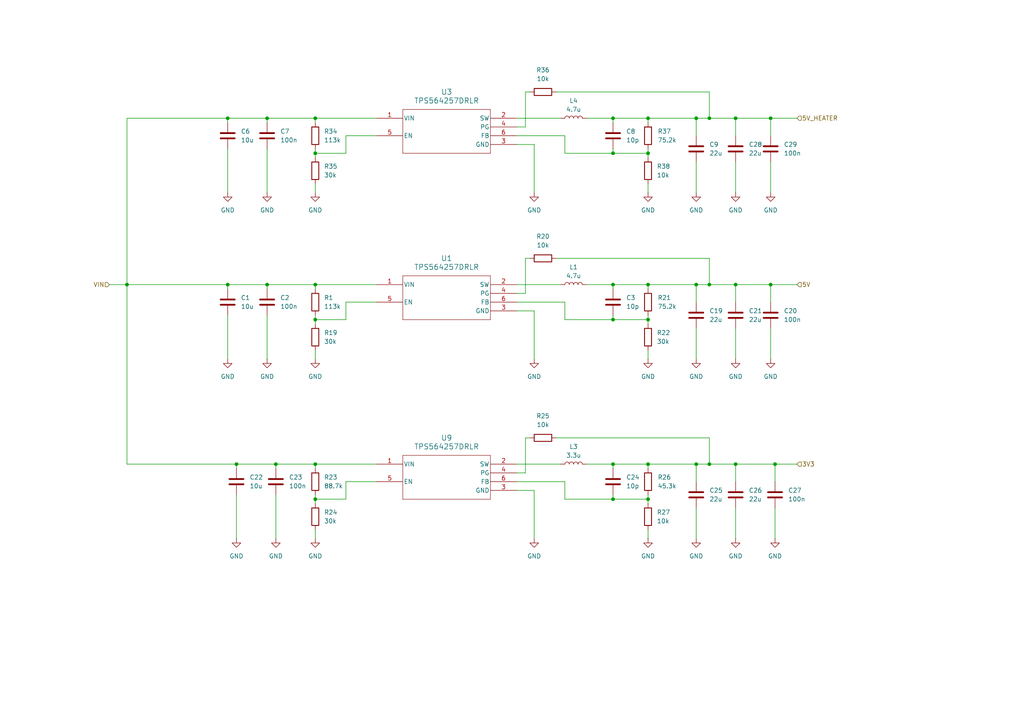
<source format=kicad_sch>
(kicad_sch (version 20231120) (generator "eeschema") (generator_version "8.0")
  (paper "A4")
  (title_block (date "2025-01-16") (company "University of Alberta") (comment 1 "Max Schatz") (comment 2 "Steven Sager") (comment 3 "Tejas Ravish") (comment 4 "Damien Huskic"))
  (lib_symbols
    (symbol "Capstone:TPS564257DRLR" (pin_names (offset 0.254))
      (property "Reference" "U" (at 20.32 10.16 0))
      (property "Value" "TPS564257DRLR" (at 20.32 7.62 0))
      (symbol "TPS564257DRLR_0_1"
        (polyline (pts (xy 7.62 -7.62) (xy 33.02 -7.62)) (stroke (width 0.127)))
        (polyline (pts (xy 7.62 5.08) (xy 7.62 -7.62)) (stroke (width 0.127)))
        (polyline (pts (xy 33.02 -7.62) (xy 33.02 5.08)) (stroke (width 0.127)))
        (polyline (pts (xy 33.02 5.08) (xy 7.62 5.08)) (stroke (width 0.127)))
        (pin power_in line (at 0 2.54 0) (length 7.62) (name "VIN") (number "1"))
        (pin power_in line (at 40.64 2.54 180) (length 7.62) (name "SW") (number "2"))
        (pin power_out line (at 40.64 -5.08 180) (length 7.62) (name "GND") (number "3"))
        (pin unspecified line (at 40.64 0 180) (length 7.62) (name "PG") (number "4"))
        (pin unspecified line (at 0 -2.54 0) (length 7.62) (name "EN") (number "5"))
        (pin unspecified line (at 40.64 -2.54 180) (length 7.62) (name "FB") (number "6"))
      )
    )
    (symbol "Device:C" (pin_numbers hide) (pin_names (offset 0.254))
      (property "Reference" "C" (at 0.635 2.54 0))
      (property "Value" "C" (at 0.635 -2.54 0))
      (symbol "C_0_1"
        (polyline (pts (xy -2.032 -0.762) (xy 2.032 -0.762)) (stroke (width 0.508)))
        (polyline (pts (xy -2.032 0.762) (xy 2.032 0.762)) (stroke (width 0.508)))
      )
      (symbol "C_1_1"
        (pin passive line (at 0 3.81 270) (length 2.794) (name "~") (number "1"))
        (pin passive line (at 0 -3.81 90) (length 2.794) (name "~") (number "2"))
      )
    )
    (symbol "Device:L" (pin_numbers hide) (pin_names (offset 1.016) hide)
      (property "Reference" "L" (at -1.27 0 90))
      (property "Value" "L" (at 1.905 0 90))
      (symbol "L_0_1"
        (arc (start 0 -2.54) (mid 0.6323 -1.905) (end 0 -1.27))
        (arc (start 0 -1.27) (mid 0.6323 -0.635) (end 0 0))
        (arc (start 0 0) (mid 0.6323 0.635) (end 0 1.27))
        (arc (start 0 1.27) (mid 0.6323 1.905) (end 0 2.54))
      )
      (symbol "L_1_1"
        (pin passive line (at 0 3.81 270) (length 1.27) (name "1") (number "1"))
        (pin passive line (at 0 -3.81 90) (length 1.27) (name "2") (number "2"))
      )
    )
    (symbol "Device:R" (pin_numbers hide) (pin_names (offset 0))
      (property "Reference" "R" (at 2.032 0 90))
      (property "Value" "R" (at 0 0 90))
      (symbol "R_0_1"
        (rectangle (start -1.016 -2.54) (end 1.016 2.54) (stroke (width 0.254)))
      )
      (symbol "R_1_1"
        (pin passive line (at 0 3.81 270) (length 1.27) (name "~") (number "1"))
        (pin passive line (at 0 -3.81 90) (length 1.27) (name "~") (number "2"))
      )
    )
    (symbol "power:GND" (power) (pin_numbers hide) (pin_names (offset 0) hide)
      (property "Value" "GND" (at 0 -3.81 0))
      (symbol "GND_0_1"
        (polyline (pts (xy 0 0) (xy 0 -1.27) (xy 1.27 -1.27) (xy 0 -2.54) (xy -1.27 -1.27) (xy 0 -1.27)))
      )
      (symbol "GND_1_1"
        (pin power_in line (at 0 0 270) (length 0) (name "~") (number "1"))
      )
    )
  )
  (junction (at 187.96 44.45))
  (junction (at 205.74 134.62))
  (junction (at 68.58 134.62))
  (junction (at 201.93 82.55))
  (junction (at 213.36 34.29))
  (junction (at 187.96 34.29))
  (junction (at 187.96 134.62))
  (junction (at 224.79 134.62))
  (junction (at 91.44 34.29))
  (junction (at 91.44 144.78))
  (junction (at 213.36 82.55))
  (junction (at 36.83 82.55))
  (junction (at 187.96 92.71))
  (junction (at 201.93 134.62))
  (junction (at 91.44 134.62))
  (junction (at 201.93 34.29))
  (junction (at 177.8 92.71))
  (junction (at 205.74 82.55))
  (junction (at 80.01 134.62))
  (junction (at 223.52 82.55))
  (junction (at 177.8 82.55))
  (junction (at 66.04 82.55))
  (junction (at 177.8 134.62))
  (junction (at 187.96 144.78))
  (junction (at 187.96 82.55))
  (junction (at 91.44 82.55))
  (junction (at 77.47 82.55))
  (junction (at 205.74 34.29))
  (junction (at 177.8 144.78))
  (junction (at 91.44 44.45))
  (junction (at 91.44 92.71))
  (junction (at 223.52 34.29))
  (junction (at 177.8 34.29))
  (junction (at 213.36 134.62))
  (junction (at 66.04 34.29))
  (junction (at 77.47 34.29))
  (junction (at 177.8 44.45))
  (wire (pts (xy 223.52 34.29) (xy 223.52 39.37)))
  (wire (pts (xy 154.94 90.17) (xy 154.94 104.14)))
  (wire (pts (xy 149.86 137.16) (xy 152.4 137.16)))
  (wire (pts (xy 177.8 144.78) (xy 187.96 144.78)))
  (wire (pts (xy 177.8 44.45) (xy 187.96 44.45)))
  (wire (pts (xy 205.74 26.67) (xy 205.74 34.29)))
  (wire (pts (xy 213.36 139.7) (xy 213.36 134.62)))
  (wire (pts (xy 163.83 139.7) (xy 163.83 144.78)))
  (wire (pts (xy 100.33 92.71) (xy 91.44 92.71)))
  (wire (pts (xy 36.83 34.29) (xy 36.83 82.55)))
  (wire (pts (xy 77.47 82.55) (xy 91.44 82.55)))
  (wire (pts (xy 163.83 92.71) (xy 177.8 92.71)))
  (wire (pts (xy 100.33 39.37) (xy 100.33 44.45)))
  (wire (pts (xy 91.44 134.62) (xy 109.22 134.62)))
  (wire (pts (xy 205.74 74.93) (xy 205.74 82.55)))
  (wire (pts (xy 177.8 143.51) (xy 177.8 144.78)))
  (wire (pts (xy 187.96 143.51) (xy 187.96 144.78)))
  (wire (pts (xy 223.52 46.99) (xy 223.52 55.88)))
  (wire (pts (xy 80.01 134.62) (xy 91.44 134.62)))
  (wire (pts (xy 223.52 82.55) (xy 231.14 82.55)))
  (wire (pts (xy 36.83 134.62) (xy 68.58 134.62)))
  (wire (pts (xy 213.36 95.25) (xy 213.36 104.14)))
  (wire (pts (xy 66.04 83.82) (xy 66.04 82.55)))
  (wire (pts (xy 91.44 101.6) (xy 91.44 104.14)))
  (wire (pts (xy 149.86 82.55) (xy 162.56 82.55)))
  (wire (pts (xy 187.96 91.44) (xy 187.96 92.71)))
  (wire (pts (xy 213.36 34.29) (xy 223.52 34.29)))
  (wire (pts (xy 149.86 134.62) (xy 162.56 134.62)))
  (wire (pts (xy 109.22 139.7) (xy 100.33 139.7)))
  (wire (pts (xy 152.4 137.16) (xy 152.4 127)))
  (wire (pts (xy 170.18 82.55) (xy 177.8 82.55)))
  (wire (pts (xy 161.29 74.93) (xy 205.74 74.93)))
  (wire (pts (xy 68.58 135.89) (xy 68.58 134.62)))
  (wire (pts (xy 149.86 139.7) (xy 163.83 139.7)))
  (wire (pts (xy 163.83 44.45) (xy 177.8 44.45)))
  (wire (pts (xy 213.36 46.99) (xy 213.36 55.88)))
  (wire (pts (xy 213.36 134.62) (xy 224.79 134.62)))
  (wire (pts (xy 91.44 43.18) (xy 91.44 44.45)))
  (wire (pts (xy 100.33 144.78) (xy 91.44 144.78)))
  (wire (pts (xy 149.86 34.29) (xy 162.56 34.29)))
  (wire (pts (xy 223.52 82.55) (xy 223.52 87.63)))
  (wire (pts (xy 149.86 87.63) (xy 163.83 87.63)))
  (wire (pts (xy 109.22 87.63) (xy 100.33 87.63)))
  (wire (pts (xy 201.93 82.55) (xy 201.93 87.63)))
  (wire (pts (xy 91.44 53.34) (xy 91.44 55.88)))
  (wire (pts (xy 201.93 95.25) (xy 201.93 104.14)))
  (wire (pts (xy 201.93 82.55) (xy 205.74 82.55)))
  (wire (pts (xy 224.79 134.62) (xy 231.14 134.62)))
  (wire (pts (xy 66.04 43.18) (xy 66.04 55.88)))
  (wire (pts (xy 223.52 95.25) (xy 223.52 104.14)))
  (wire (pts (xy 66.04 35.56) (xy 66.04 34.29)))
  (wire (pts (xy 187.96 44.45) (xy 187.96 45.72)))
  (wire (pts (xy 91.44 153.67) (xy 91.44 156.21)))
  (wire (pts (xy 152.4 26.67) (xy 153.67 26.67)))
  (wire (pts (xy 80.01 134.62) (xy 80.01 135.89)))
  (wire (pts (xy 163.83 39.37) (xy 163.83 44.45)))
  (wire (pts (xy 201.93 46.99) (xy 201.93 55.88)))
  (wire (pts (xy 163.83 87.63) (xy 163.83 92.71)))
  (wire (pts (xy 187.96 134.62) (xy 201.93 134.62)))
  (wire (pts (xy 152.4 74.93) (xy 153.67 74.93)))
  (wire (pts (xy 177.8 43.18) (xy 177.8 44.45)))
  (wire (pts (xy 91.44 135.89) (xy 91.44 134.62)))
  (wire (pts (xy 177.8 34.29) (xy 187.96 34.29)))
  (wire (pts (xy 187.96 82.55) (xy 187.96 83.82)))
  (wire (pts (xy 201.93 134.62) (xy 201.93 139.7)))
  (wire (pts (xy 223.52 34.29) (xy 231.14 34.29)))
  (wire (pts (xy 187.96 43.18) (xy 187.96 44.45)))
  (wire (pts (xy 187.96 34.29) (xy 187.96 35.56)))
  (wire (pts (xy 187.96 34.29) (xy 201.93 34.29)))
  (wire (pts (xy 80.01 143.51) (xy 80.01 156.21)))
  (wire (pts (xy 31.75 82.55) (xy 36.83 82.55)))
  (wire (pts (xy 187.96 144.78) (xy 187.96 146.05)))
  (wire (pts (xy 91.44 143.51) (xy 91.44 144.78)))
  (wire (pts (xy 100.33 139.7) (xy 100.33 144.78)))
  (wire (pts (xy 91.44 82.55) (xy 109.22 82.55)))
  (wire (pts (xy 201.93 147.32) (xy 201.93 156.21)))
  (wire (pts (xy 100.33 87.63) (xy 100.33 92.71)))
  (wire (pts (xy 66.04 91.44) (xy 66.04 104.14)))
  (wire (pts (xy 224.79 147.32) (xy 224.79 156.21)))
  (wire (pts (xy 224.79 134.62) (xy 224.79 139.7)))
  (wire (pts (xy 177.8 82.55) (xy 177.8 83.82)))
  (wire (pts (xy 36.83 34.29) (xy 66.04 34.29)))
  (wire (pts (xy 201.93 134.62) (xy 205.74 134.62)))
  (wire (pts (xy 213.36 87.63) (xy 213.36 82.55)))
  (wire (pts (xy 187.96 134.62) (xy 187.96 135.89)))
  (wire (pts (xy 152.4 85.09) (xy 152.4 74.93)))
  (wire (pts (xy 177.8 82.55) (xy 187.96 82.55)))
  (wire (pts (xy 213.36 39.37) (xy 213.36 34.29)))
  (wire (pts (xy 77.47 34.29) (xy 91.44 34.29)))
  (wire (pts (xy 149.86 36.83) (xy 152.4 36.83)))
  (wire (pts (xy 91.44 44.45) (xy 91.44 45.72)))
  (wire (pts (xy 36.83 82.55) (xy 66.04 82.55)))
  (wire (pts (xy 91.44 92.71) (xy 91.44 93.98)))
  (wire (pts (xy 177.8 134.62) (xy 177.8 135.89)))
  (wire (pts (xy 91.44 144.78) (xy 91.44 146.05)))
  (wire (pts (xy 149.86 41.91) (xy 154.94 41.91)))
  (wire (pts (xy 170.18 34.29) (xy 177.8 34.29)))
  (wire (pts (xy 66.04 82.55) (xy 77.47 82.55)))
  (wire (pts (xy 213.36 82.55) (xy 223.52 82.55)))
  (wire (pts (xy 177.8 92.71) (xy 187.96 92.71)))
  (wire (pts (xy 68.58 143.51) (xy 68.58 156.21)))
  (wire (pts (xy 205.74 127) (xy 205.74 134.62)))
  (wire (pts (xy 161.29 127) (xy 205.74 127)))
  (wire (pts (xy 77.47 43.18) (xy 77.47 55.88)))
  (wire (pts (xy 68.58 134.62) (xy 80.01 134.62)))
  (wire (pts (xy 149.86 90.17) (xy 154.94 90.17)))
  (wire (pts (xy 177.8 34.29) (xy 177.8 35.56)))
  (wire (pts (xy 149.86 142.24) (xy 154.94 142.24)))
  (wire (pts (xy 177.8 91.44) (xy 177.8 92.71)))
  (wire (pts (xy 161.29 26.67) (xy 205.74 26.67)))
  (wire (pts (xy 77.47 91.44) (xy 77.47 104.14)))
  (wire (pts (xy 152.4 36.83) (xy 152.4 26.67)))
  (wire (pts (xy 187.96 82.55) (xy 201.93 82.55)))
  (wire (pts (xy 201.93 34.29) (xy 201.93 39.37)))
  (wire (pts (xy 109.22 39.37) (xy 100.33 39.37)))
  (wire (pts (xy 187.96 92.71) (xy 187.96 93.98)))
  (wire (pts (xy 205.74 134.62) (xy 213.36 134.62)))
  (wire (pts (xy 154.94 41.91) (xy 154.94 55.88)))
  (wire (pts (xy 91.44 35.56) (xy 91.44 34.29)))
  (wire (pts (xy 149.86 39.37) (xy 163.83 39.37)))
  (wire (pts (xy 77.47 82.55) (xy 77.47 83.82)))
  (wire (pts (xy 187.96 53.34) (xy 187.96 55.88)))
  (wire (pts (xy 177.8 134.62) (xy 187.96 134.62)))
  (wire (pts (xy 163.83 144.78) (xy 177.8 144.78)))
  (wire (pts (xy 187.96 153.67) (xy 187.96 156.21)))
  (wire (pts (xy 91.44 83.82) (xy 91.44 82.55)))
  (wire (pts (xy 213.36 147.32) (xy 213.36 156.21)))
  (wire (pts (xy 91.44 34.29) (xy 109.22 34.29)))
  (wire (pts (xy 77.47 34.29) (xy 77.47 35.56)))
  (wire (pts (xy 201.93 34.29) (xy 205.74 34.29)))
  (wire (pts (xy 152.4 127) (xy 153.67 127)))
  (wire (pts (xy 205.74 34.29) (xy 213.36 34.29)))
  (wire (pts (xy 154.94 142.24) (xy 154.94 156.21)))
  (wire (pts (xy 187.96 101.6) (xy 187.96 104.14)))
  (wire (pts (xy 66.04 34.29) (xy 77.47 34.29)))
  (wire (pts (xy 100.33 44.45) (xy 91.44 44.45)))
  (wire (pts (xy 36.83 134.62) (xy 36.83 82.55)))
  (wire (pts (xy 170.18 134.62) (xy 177.8 134.62)))
  (wire (pts (xy 91.44 91.44) (xy 91.44 92.71)))
  (wire (pts (xy 149.86 85.09) (xy 152.4 85.09)))
  (wire (pts (xy 205.74 82.55) (xy 213.36 82.55)))
  (hierarchical_label "VIN" (shape input) (at 31.75 82.55 180))
  (hierarchical_label "5V_HEATER" (shape input) (at 231.14 34.29 0))
  (hierarchical_label "5V" (shape input) (at 231.14 82.55 0))
  (hierarchical_label "3V3" (shape input) (at 231.14 134.62 0))
  (symbol (lib_id "Device:C") (at 223.52 91.44 0) (unit 1)
    (property "Reference" "C20" (at 227.33 90.1699 0) (effects (justify left)))
    (property "Value" "100n" (at 227.33 92.7099 0) (effects (justify left)))
    (property "Footprint" "Capacitor_SMD:C_1206_3216Metric_Pad1.33x1.80mm_HandSolder" (effects (hide yes)))
    (property "Description" "Unpolarized capacitor, 30mOhm" (effects (hide yes)))
  )
  (symbol (lib_id "Device:R") (at 91.44 87.63 0) (unit 1)
    (property "Reference" "R1" (at 93.98 86.3599 0) (effects (justify left)))
    (property "Value" "113k" (at 93.98 88.8999 0) (effects (justify left)))
    (property "Footprint" "Resistor_SMD:R_1206_3216Metric_Pad1.30x1.75mm_HandSolder" (effects (hide yes)))
    (property "Description" "Resistor" (effects (hide yes)))
  )
  (symbol (lib_id "Device:C") (at 77.47 39.37 0) (unit 1)
    (property "Reference" "C7" (at 81.28 38.0999 0) (effects (justify left)))
    (property "Value" "100n" (at 81.28 40.6399 0) (effects (justify left)))
    (property "Footprint" "Capacitor_SMD:C_1206_3216Metric_Pad1.33x1.80mm_HandSolder" (effects (hide yes)))
    (property "Description" "Unpolarized capacitor, 20mOhm" (effects (hide yes)))
  )
  (symbol (lib_id "Device:R") (at 91.44 49.53 0) (unit 1)
    (property "Reference" "R35" (at 93.98 48.2599 0) (effects (justify left)))
    (property "Value" "30k" (at 93.98 50.7999 0) (effects (justify left)))
    (property "Footprint" "Resistor_SMD:R_1206_3216Metric_Pad1.30x1.75mm_HandSolder" (effects (hide yes)))
    (property "Description" "Resistor" (effects (hide yes)))
  )
  (symbol (lib_id "Device:C") (at 177.8 139.7 0) (unit 1)
    (property "Reference" "C24" (at 181.61 138.4299 0) (effects (justify left)))
    (property "Value" "10p" (at 181.61 140.9699 0) (effects (justify left)))
    (property "Footprint" "Capacitor_SMD:C_1206_3216Metric_Pad1.33x1.80mm_HandSolder" (effects (hide yes)))
    (property "Description" "Unpolarized capacitor" (effects (hide yes)))
  )
  (symbol (lib_id "Capstone:TPS564257DRLR") (at 109.22 85.09 0) (unit 1)
    (property "Reference" "U1" (at 129.54 74.93 0) (effects (font (size 1.524 1.524))))
    (property "Value" "TPS564257DRLR" (at 129.54 77.47 0) (effects (font (size 1.524 1.524))))
    (property "Footprint" "Capstone:TPS564242DRLR_TEX" (effects (hide yes)))
    (property "Datasheet" "TPS564257DRLR" (effects (hide yes)))
  )
  (symbol (lib_id "Device:C") (at 177.8 87.63 0) (unit 1)
    (property "Reference" "C3" (at 181.61 86.3599 0) (effects (justify left)))
    (property "Value" "10p" (at 181.61 88.8999 0) (effects (justify left)))
    (property "Footprint" "Resistor_SMD:R_1206_3216Metric_Pad1.30x1.75mm_HandSolder" (effects (hide yes)))
    (property "Description" "Unpolarized capacitor" (effects (hide yes)))
  )
  (symbol (lib_id "power:GND") (at 77.47 104.14 0) (unit 1)
    (property "Reference" "#PWR038" (effects (hide yes)))
    (property "Value" "GND" (at 77.47 109.22 0))
    (property "Description" "Power symbol creates a global label with name \"GND\" , ground" (effects (hide yes)))
  )
  (symbol (lib_id "Device:C") (at 224.79 143.51 0) (unit 1)
    (property "Reference" "C27" (at 228.6 142.2399 0) (effects (justify left)))
    (property "Value" "100n" (at 228.6 144.7799 0) (effects (justify left)))
    (property "Footprint" "Resistor_SMD:R_1206_3216Metric_Pad1.30x1.75mm_HandSolder" (effects (hide yes)))
    (property "Description" "Unpolarized capacitor, 30mOhm" (effects (hide yes)))
  )
  (symbol (lib_id "power:GND") (at 213.36 156.21 0) (unit 1)
    (property "Reference" "#PWR047" (effects (hide yes)))
    (property "Value" "GND" (at 213.36 161.29 0))
    (property "Description" "Power symbol creates a global label with name \"GND\" , ground" (effects (hide yes)))
  )
  (symbol (lib_id "power:GND") (at 213.36 55.88 0) (unit 1)
    (property "Reference" "#PWR056" (effects (hide yes)))
    (property "Value" "GND" (at 213.36 60.96 0))
    (property "Description" "Power symbol creates a global label with name \"GND\" , ground" (effects (hide yes)))
  )
  (symbol (lib_id "Device:C") (at 66.04 39.37 0) (unit 1)
    (property "Reference" "C6" (at 69.85 38.0999 0) (effects (justify left)))
    (property "Value" "10u" (at 69.85 40.6399 0) (effects (justify left)))
    (property "Footprint" "Capacitor_SMD:C_1206_3216Metric_Pad1.33x1.80mm_HandSolder" (effects (hide yes)))
    (property "Description" "Unpolarized capacitor, 4mOhm" (effects (hide yes)))
  )
  (symbol (lib_id "Device:R") (at 91.44 149.86 0) (unit 1)
    (property "Reference" "R24" (at 93.98 148.5899 0) (effects (justify left)))
    (property "Value" "30k" (at 93.98 151.1299 0) (effects (justify left)))
    (property "Footprint" "Resistor_SMD:R_1206_3216Metric_Pad1.30x1.75mm_HandSolder" (effects (hide yes)))
    (property "Description" "Resistor" (effects (hide yes)))
  )
  (symbol (lib_id "Device:R") (at 187.96 87.63 180) (unit 1)
    (property "Reference" "R21" (at 190.7436 86.3599 0) (effects (justify right)))
    (property "Value" "75.2k" (at 190.7436 88.8999 0) (effects (justify right)))
    (property "Footprint" "Resistor_SMD:R_1206_3216Metric_Pad1.30x1.75mm_HandSolder" (effects (hide yes)))
    (property "Description" "Resistor" (effects (hide yes)))
  )
  (symbol (lib_id "Device:C") (at 213.36 43.18 0) (unit 1)
    (property "Reference" "C28" (at 217.17 41.9099 0) (effects (justify left)))
    (property "Value" "22u" (at 217.17 44.4499 0) (effects (justify left)))
    (property "Footprint" "Capacitor_SMD:C_1206_3216Metric_Pad1.33x1.80mm_HandSolder" (effects (hide yes)))
    (property "Description" "GRM21BR61A226ME44L" (effects (hide yes)))
  )
  (symbol (lib_id "Device:R") (at 187.96 39.37 180) (unit 1)
    (property "Reference" "R37" (at 190.7436 38.0999 0) (effects (justify right)))
    (property "Value" "75.2k" (at 190.7436 40.6399 0) (effects (justify right)))
    (property "Footprint" "Resistor_SMD:R_1206_3216Metric_Pad1.30x1.75mm_HandSolder" (effects (hide yes)))
    (property "Description" "Resistor" (effects (hide yes)))
  )
  (symbol (lib_id "power:GND") (at 91.44 104.14 0) (unit 1)
    (property "Reference" "#PWR037" (effects (hide yes)))
    (property "Value" "GND" (at 91.44 109.22 0))
    (property "Description" "Power symbol creates a global label with name \"GND\" , ground" (effects (hide yes)))
  )
  (symbol (lib_id "Device:C") (at 223.52 43.18 0) (unit 1)
    (property "Reference" "C29" (at 227.33 41.9099 0) (effects (justify left)))
    (property "Value" "100n" (at 227.33 44.4499 0) (effects (justify left)))
    (property "Footprint" "Capacitor_SMD:C_1206_3216Metric_Pad1.33x1.80mm_HandSolder" (effects (hide yes)))
    (property "Description" "Unpolarized capacitor, 30mOhm" (effects (hide yes)))
  )
  (symbol (lib_id "power:GND") (at 91.44 156.21 0) (unit 1)
    (property "Reference" "#PWR043" (effects (hide yes)))
    (property "Value" "GND" (at 91.44 161.29 0))
    (property "Description" "Power symbol creates a global label with name \"GND\" , ground" (effects (hide yes)))
  )
  (symbol (lib_id "power:GND") (at 201.93 156.21 0) (unit 1)
    (property "Reference" "#PWR046" (effects (hide yes)))
    (property "Value" "GND" (at 201.93 161.29 0))
    (property "Description" "Power symbol creates a global label with name \"GND\" , ground" (effects (hide yes)))
  )
  (symbol (lib_id "Device:C") (at 177.8 39.37 0) (unit 1)
    (property "Reference" "C8" (at 181.61 38.0999 0) (effects (justify left)))
    (property "Value" "10p" (at 181.61 40.6399 0) (effects (justify left)))
    (property "Footprint" "Resistor_SMD:R_1206_3216Metric_Pad1.30x1.75mm_HandSolder" (effects (hide yes)))
    (property "Description" "Unpolarized capacitor" (effects (hide yes)))
  )
  (symbol (lib_id "Device:L") (at 166.37 34.29 90) (unit 1)
    (property "Reference" "L4" (at 166.37 29.21 90))
    (property "Value" "4.7u" (at 166.37 31.75 90))
    (property "Footprint" "Inductor_SMD:L_Bourns_SRP7028A_7.3x6.6mm" (effects (hide yes)))
    (property "Description" "BMRB000606504R7MA1" (effects (hide yes)))
  )
  (symbol (lib_id "Device:R") (at 187.96 97.79 180) (unit 1)
    (property "Reference" "R22" (at 190.5 96.5199 0) (effects (justify right)))
    (property "Value" "30k" (at 190.5 99.0599 0) (effects (justify right)))
    (property "Footprint" "Resistor_SMD:R_1206_3216Metric_Pad1.30x1.75mm_HandSolder" (effects (hide yes)))
    (property "Description" "Resistor" (effects (hide yes)))
  )
  (symbol (lib_id "Device:R") (at 91.44 39.37 0) (unit 1)
    (property "Reference" "R34" (at 93.98 38.0999 0) (effects (justify left)))
    (property "Value" "113k" (at 93.98 40.6399 0) (effects (justify left)))
    (property "Footprint" "Resistor_SMD:R_1206_3216Metric_Pad1.30x1.75mm_HandSolder" (effects (hide yes)))
    (property "Description" "Resistor" (effects (hide yes)))
  )
  (symbol (lib_id "power:GND") (at 68.58 156.21 0) (unit 1)
    (property "Reference" "#PWR041" (effects (hide yes)))
    (property "Value" "GND" (at 68.58 161.29 0))
    (property "Description" "Power symbol creates a global label with name \"GND\" , ground" (effects (hide yes)))
  )
  (symbol (lib_id "power:GND") (at 77.47 55.88 0) (unit 1)
    (property "Reference" "#PWR028" (effects (hide yes)))
    (property "Value" "GND" (at 77.47 60.96 0))
    (property "Description" "Power symbol creates a global label with name \"GND\" , ground" (effects (hide yes)))
  )
  (symbol (lib_id "power:GND") (at 224.79 156.21 0) (unit 1)
    (property "Reference" "#PWR048" (effects (hide yes)))
    (property "Value" "GND" (at 224.79 161.29 0))
    (property "Description" "Power symbol creates a global label with name \"GND\" , ground" (effects (hide yes)))
  )
  (symbol (lib_id "power:GND") (at 201.93 55.88 0) (unit 1)
    (property "Reference" "#PWR055" (effects (hide yes)))
    (property "Value" "GND" (at 201.93 60.96 0))
    (property "Description" "Power symbol creates a global label with name \"GND\" , ground" (effects (hide yes)))
  )
  (symbol (lib_id "power:GND") (at 66.04 55.88 0) (unit 1)
    (property "Reference" "#PWR027" (effects (hide yes)))
    (property "Value" "GND" (at 66.04 60.96 0))
    (property "Description" "Power symbol creates a global label with name \"GND\" , ground" (effects (hide yes)))
  )
  (symbol (lib_id "power:GND") (at 201.93 104.14 0) (unit 1)
    (property "Reference" "#PWR03" (effects (hide yes)))
    (property "Value" "GND" (at 201.93 109.22 0))
    (property "Description" "Power symbol creates a global label with name \"GND\" , ground" (effects (hide yes)))
  )
  (symbol (lib_id "Device:R") (at 157.48 74.93 90) (unit 1)
    (property "Reference" "R20" (at 157.48 68.58 90))
    (property "Value" "10k" (at 157.48 71.12 90))
    (property "Footprint" "Resistor_SMD:R_1206_3216Metric_Pad1.30x1.75mm_HandSolder" (effects (hide yes)))
    (property "Description" "Resistor" (effects (hide yes)))
  )
  (symbol (lib_id "Device:R") (at 157.48 127 90) (unit 1)
    (property "Reference" "R25" (at 157.48 120.65 90))
    (property "Value" "10k" (at 157.48 123.19 90))
    (property "Footprint" "Resistor_SMD:R_1206_3216Metric_Pad1.30x1.75mm_HandSolder" (effects (hide yes)))
    (property "Description" "Resistor" (effects (hide yes)))
  )
  (symbol (lib_id "Device:C") (at 77.47 87.63 0) (unit 1)
    (property "Reference" "C2" (at 81.28 86.3599 0) (effects (justify left)))
    (property "Value" "100n" (at 81.28 88.8999 0) (effects (justify left)))
    (property "Footprint" "Capacitor_SMD:C_1206_3216Metric_Pad1.33x1.80mm_HandSolder" (effects (hide yes)))
    (property "Description" "Unpolarized capacitor, 20mOhm" (effects (hide yes)))
  )
  (symbol (lib_id "Device:R") (at 157.48 26.67 90) (unit 1)
    (property "Reference" "R36" (at 157.48 20.32 90))
    (property "Value" "10k" (at 157.48 22.86 90))
    (property "Footprint" "Resistor_SMD:R_1206_3216Metric_Pad1.30x1.75mm_HandSolder" (effects (hide yes)))
    (property "Description" "Resistor" (effects (hide yes)))
  )
  (symbol (lib_id "Device:C") (at 201.93 91.44 0) (unit 1)
    (property "Reference" "C19" (at 205.74 90.1699 0) (effects (justify left)))
    (property "Value" "22u" (at 205.74 92.7099 0) (effects (justify left)))
    (property "Footprint" "Capacitor_SMD:C_1206_3216Metric_Pad1.33x1.80mm_HandSolder" (effects (hide yes)))
    (property "Description" "GRM21BR61A226ME44L" (effects (hide yes)))
  )
  (symbol (lib_id "Device:C") (at 66.04 87.63 0) (unit 1)
    (property "Reference" "C1" (at 69.85 86.3599 0) (effects (justify left)))
    (property "Value" "10u" (at 69.85 88.8999 0) (effects (justify left)))
    (property "Footprint" "Capacitor_SMD:C_1206_3216Metric_Pad1.33x1.80mm_HandSolder" (effects (hide yes)))
    (property "Description" "Unpolarized capacitor, 4mOhm" (effects (hide yes)))
  )
  (symbol (lib_id "Device:C") (at 201.93 143.51 0) (unit 1)
    (property "Reference" "C25" (at 205.74 142.2399 0) (effects (justify left)))
    (property "Value" "22u" (at 205.74 144.7799 0) (effects (justify left)))
    (property "Footprint" "Capacitor_SMD:C_1206_3216Metric_Pad1.33x1.80mm_HandSolder" (effects (hide yes)))
    (property "Description" "GRM21BR61A226ME44L" (effects (hide yes)))
  )
  (symbol (lib_id "Device:C") (at 80.01 139.7 0) (unit 1)
    (property "Reference" "C23" (at 83.82 138.4299 0) (effects (justify left)))
    (property "Value" "100n" (at 83.82 140.9699 0) (effects (justify left)))
    (property "Footprint" "Capacitor_SMD:C_1206_3216Metric_Pad1.33x1.80mm_HandSolder" (effects (hide yes)))
    (property "Description" "Unpolarized capacitor, 20mOhm" (effects (hide yes)))
  )
  (symbol (lib_id "Device:L") (at 166.37 82.55 90) (unit 1)
    (property "Reference" "L1" (at 166.37 77.47 90))
    (property "Value" "4.7u" (at 166.37 80.01 90))
    (property "Footprint" "Inductor_SMD:L_Bourns_SRP7028A_7.3x6.6mm" (effects (hide yes)))
    (property "Description" "BMRB000606504R7MA1" (effects (hide yes)))
  )
  (symbol (lib_id "power:GND") (at 154.94 104.14 0) (unit 1)
    (property "Reference" "#PWR036" (effects (hide yes)))
    (property "Value" "GND" (at 154.94 109.22 0))
    (property "Description" "Power symbol creates a global label with name \"GND\" , ground" (effects (hide yes)))
  )
  (symbol (lib_id "power:GND") (at 223.52 55.88 0) (unit 1)
    (property "Reference" "#PWR057" (effects (hide yes)))
    (property "Value" "GND" (at 223.52 60.96 0))
    (property "Description" "Power symbol creates a global label with name \"GND\" , ground" (effects (hide yes)))
  )
  (symbol (lib_id "power:GND") (at 213.36 104.14 0) (unit 1)
    (property "Reference" "#PWR040" (effects (hide yes)))
    (property "Value" "GND" (at 213.36 109.22 0))
    (property "Description" "Power symbol creates a global label with name \"GND\" , ground" (effects (hide yes)))
  )
  (symbol (lib_id "power:GND") (at 154.94 156.21 0) (unit 1)
    (property "Reference" "#PWR044" (effects (hide yes)))
    (property "Value" "GND" (at 154.94 161.29 0))
    (property "Description" "Power symbol creates a global label with name \"GND\" , ground" (effects (hide yes)))
  )
  (symbol (lib_id "Device:R") (at 91.44 139.7 0) (unit 1)
    (property "Reference" "R23" (at 93.98 138.4299 0) (effects (justify left)))
    (property "Value" "88.7k" (at 93.98 140.9699 0) (effects (justify left)))
    (property "Footprint" "Resistor_SMD:R_1206_3216Metric_Pad1.30x1.75mm_HandSolder" (effects (hide yes)))
    (property "Description" "Resistor" (effects (hide yes)))
  )
  (symbol (lib_id "power:GND") (at 187.96 104.14 0) (unit 1)
    (property "Reference" "#PWR01" (effects (hide yes)))
    (property "Value" "GND" (at 187.96 109.22 0))
    (property "Description" "Power symbol creates a global label with name \"GND\" , ground" (effects (hide yes)))
  )
  (symbol (lib_id "Device:C") (at 213.36 91.44 0) (unit 1)
    (property "Reference" "C21" (at 217.17 90.1699 0) (effects (justify left)))
    (property "Value" "22u" (at 217.17 92.7099 0) (effects (justify left)))
    (property "Footprint" "Capacitor_SMD:C_1206_3216Metric_Pad1.33x1.80mm_HandSolder" (effects (hide yes)))
    (property "Description" "GRM21BR61A226ME44L" (effects (hide yes)))
  )
  (symbol (lib_id "Device:C") (at 213.36 143.51 0) (unit 1)
    (property "Reference" "C26" (at 217.17 142.2399 0) (effects (justify left)))
    (property "Value" "22u" (at 217.17 144.7799 0) (effects (justify left)))
    (property "Footprint" "Capacitor_SMD:C_1206_3216Metric_Pad1.33x1.80mm_HandSolder" (effects (hide yes)))
    (property "Description" "GRM21BR61A226ME44L" (effects (hide yes)))
  )
  (symbol (lib_id "power:GND") (at 223.52 104.14 0) (unit 1)
    (property "Reference" "#PWR07" (effects (hide yes)))
    (property "Value" "GND" (at 223.52 109.22 0))
    (property "Description" "Power symbol creates a global label with name \"GND\" , ground" (effects (hide yes)))
  )
  (symbol (lib_id "power:GND") (at 187.96 156.21 0) (unit 1)
    (property "Reference" "#PWR045" (effects (hide yes)))
    (property "Value" "GND" (at 187.96 161.29 0))
    (property "Description" "Power symbol creates a global label with name \"GND\" , ground" (effects (hide yes)))
  )
  (symbol (lib_id "Device:R") (at 187.96 139.7 180) (unit 1)
    (property "Reference" "R26" (at 190.7436 138.4299 0) (effects (justify right)))
    (property "Value" "45.3k" (at 190.7436 140.9699 0) (effects (justify right)))
    (property "Footprint" "Resistor_SMD:R_1206_3216Metric_Pad1.30x1.75mm_HandSolder" (effects (hide yes)))
    (property "Description" "Resistor" (effects (hide yes)))
  )
  (symbol (lib_id "power:GND") (at 154.94 55.88 0) (unit 1)
    (property "Reference" "#PWR053" (effects (hide yes)))
    (property "Value" "GND" (at 154.94 60.96 0))
    (property "Description" "Power symbol creates a global label with name \"GND\" , ground" (effects (hide yes)))
  )
  (symbol (lib_id "power:GND") (at 66.04 104.14 0) (unit 1)
    (property "Reference" "#PWR039" (effects (hide yes)))
    (property "Value" "GND" (at 66.04 109.22 0))
    (property "Description" "Power symbol creates a global label with name \"GND\" , ground" (effects (hide yes)))
  )
  (symbol (lib_id "Device:C") (at 68.58 139.7 0) (unit 1)
    (property "Reference" "C22" (at 72.39 138.4299 0) (effects (justify left)))
    (property "Value" "10u" (at 72.39 140.9699 0) (effects (justify left)))
    (property "Footprint" "Capacitor_SMD:C_1206_3216Metric_Pad1.33x1.80mm_HandSolder" (effects (hide yes)))
    (property "Description" "Unpolarized capacitor, 4mOhm" (effects (hide yes)))
  )
  (symbol (lib_id "Capstone:TPS564257DRLR") (at 109.22 36.83 0) (unit 1)
    (property "Reference" "U3" (at 129.54 26.67 0) (effects (font (size 1.524 1.524))))
    (property "Value" "TPS564257DRLR" (at 129.54 29.21 0) (effects (font (size 1.524 1.524))))
    (property "Footprint" "Capstone:TPS564242DRLR_TEX" (effects (hide yes)))
    (property "Datasheet" "TPS564257DRLR" (effects (hide yes)))
  )
  (symbol (lib_id "Capstone:TPS564257DRLR") (at 109.22 137.16 0) (unit 1)
    (property "Reference" "U9" (at 129.54 127 0) (effects (font (size 1.524 1.524))))
    (property "Value" "TPS564257DRLR" (at 129.54 129.54 0) (effects (font (size 1.524 1.524))))
    (property "Footprint" "Capstone:TPS564242DRLR_TEX" (effects (hide yes)))
    (property "Datasheet" "TPS564257DRLR" (effects (hide yes)))
  )
  (symbol (lib_id "power:GND") (at 91.44 55.88 0) (unit 1)
    (property "Reference" "#PWR052" (effects (hide yes)))
    (property "Value" "GND" (at 91.44 60.96 0))
    (property "Description" "Power symbol creates a global label with name \"GND\" , ground" (effects (hide yes)))
  )
  (symbol (lib_id "Device:C") (at 201.93 43.18 0) (unit 1)
    (property "Reference" "C9" (at 205.74 41.9099 0) (effects (justify left)))
    (property "Value" "22u" (at 205.74 44.4499 0) (effects (justify left)))
    (property "Footprint" "Capacitor_SMD:C_1206_3216Metric_Pad1.33x1.80mm_HandSolder" (effects (hide yes)))
    (property "Description" "GRM21BR61A226ME44L" (effects (hide yes)))
  )
  (symbol (lib_id "Device:R") (at 187.96 49.53 180) (unit 1)
    (property "Reference" "R38" (at 190.5 48.2599 0) (effects (justify right)))
    (property "Value" "10k" (at 190.5 50.7999 0) (effects (justify right)))
    (property "Footprint" "Resistor_SMD:R_1206_3216Metric_Pad1.30x1.75mm_HandSolder" (effects (hide yes)))
    (property "Description" "Resistor" (effects (hide yes)))
  )
  (symbol (lib_id "power:GND") (at 80.01 156.21 0) (unit 1)
    (property "Reference" "#PWR042" (effects (hide yes)))
    (property "Value" "GND" (at 80.01 161.29 0))
    (property "Description" "Power symbol creates a global label with name \"GND\" , ground" (effects (hide yes)))
  )
  (symbol (lib_id "power:GND") (at 187.96 55.88 0) (unit 1)
    (property "Reference" "#PWR054" (effects (hide yes)))
    (property "Value" "GND" (at 187.96 60.96 0))
    (property "Description" "Power symbol creates a global label with name \"GND\" , ground" (effects (hide yes)))
  )
  (symbol (lib_id "Device:L") (at 166.37 134.62 90) (unit 1)
    (property "Reference" "L3" (at 166.37 129.54 90))
    (property "Value" "3.3u" (at 166.37 132.08 90))
    (property "Footprint" "Capstone:IND_IHLP-4040DZ_VIS" (effects (hide yes)))
    (property "Description" "IHLP4040DZER3R3M01" (effects (hide yes)))
  )
  (symbol (lib_id "Device:R") (at 91.44 97.79 0) (unit 1)
    (property "Reference" "R19" (at 93.98 96.5199 0) (effects (justify left)))
    (property "Value" "30k" (at 93.98 99.0599 0) (effects (justify left)))
    (property "Footprint" "Resistor_SMD:R_1206_3216Metric_Pad1.30x1.75mm_HandSolder" (effects (hide yes)))
    (property "Description" "Resistor" (effects (hide yes)))
  )
  (symbol (lib_id "Device:R") (at 187.96 149.86 180) (unit 1)
    (property "Reference" "R27" (at 190.5 148.5899 0) (effects (justify right)))
    (property "Value" "10k" (at 190.5 151.1299 0) (effects (justify right)))
    (property "Footprint" "Resistor_SMD:R_1206_3216Metric_Pad1.30x1.75mm_HandSolder" (effects (hide yes)))
    (property "Description" "Resistor" (effects (hide yes)))
  )
)
</source>
